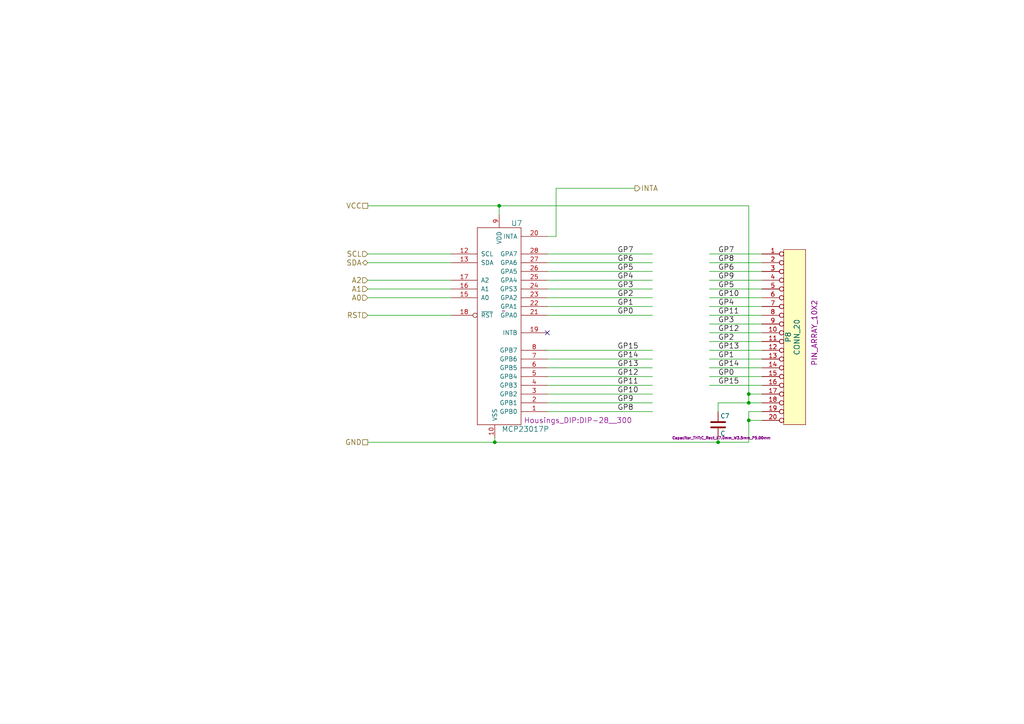
<source format=kicad_sch>
(kicad_sch (version 20211123) (generator eeschema)
  (paper "A4")
  (title_block (date "11 apr 2015"))
  (lib_symbols
    (symbol "DIGIO-128-rescue:CONN_20" (pin_names (offset 1.016) hide)
      (property "Reference" "P" (at -1.27 0 90))
      (property "Value" "CONN_20" (at 1.27 0 90))
      (symbol "CONN_20_0_1"
        (rectangle (start -2.54 -25.4) (end 3.81 25.4) (fill (type background)))
      )
      (symbol "CONN_20_1_1"
        (pin passive inverted (at -8.89 24.13 0) (length 6.35) (name "P1") (number "1"))
        (pin passive inverted (at -8.89 1.27 0) (length 6.35) (name "P10") (number "10"))
        (pin passive inverted (at -8.89 -1.27 0) (length 6.35) (name "P11") (number "11"))
        (pin passive inverted (at -8.89 -3.81 0) (length 6.35) (name "P12") (number "12"))
        (pin passive inverted (at -8.89 -6.35 0) (length 6.35) (name "P13") (number "13"))
        (pin passive inverted (at -8.89 -8.89 0) (length 6.35) (name "P14") (number "14"))
        (pin passive inverted (at -8.89 -11.43 0) (length 6.35) (name "P15") (number "15"))
        (pin passive inverted (at -8.89 -13.97 0) (length 6.35) (name "P16") (number "16"))
        (pin passive inverted (at -8.89 -16.51 0) (length 6.35) (name "P17") (number "17"))
        (pin passive inverted (at -8.89 -19.05 0) (length 6.35) (name "P18") (number "18"))
        (pin passive inverted (at -8.89 -21.59 0) (length 6.35) (name "P19") (number "19"))
        (pin passive inverted (at -8.89 21.59 0) (length 6.35) (name "P2") (number "2"))
        (pin passive inverted (at -8.89 -24.13 0) (length 6.35) (name "P20") (number "20"))
        (pin passive inverted (at -8.89 19.05 0) (length 6.35) (name "P3") (number "3"))
        (pin passive inverted (at -8.89 16.51 0) (length 6.35) (name "P4") (number "4"))
        (pin passive inverted (at -8.89 13.97 0) (length 6.35) (name "P5") (number "5"))
        (pin passive inverted (at -8.89 11.43 0) (length 6.35) (name "P6") (number "6"))
        (pin passive inverted (at -8.89 8.89 0) (length 6.35) (name "P7") (number "7"))
        (pin passive inverted (at -8.89 6.35 0) (length 6.35) (name "P8") (number "8"))
        (pin passive inverted (at -8.89 3.81 0) (length 6.35) (name "P9") (number "9"))
      )
    )
    (symbol "DIGIO-128-rescue:MCP23017P" (pin_names (offset 1.016))
      (property "Reference" "U" (at 3.81 25.4 0))
      (property "Value" "MCP23017P" (at 6.35 -34.29 0))
      (symbol "MCP23017P_0_1"
        (rectangle (start -7.62 -33.02) (end 5.08 24.13))
      )
      (symbol "MCP23017P_1_1"
        (pin bidirectional line (at 12.7 -29.21 180) (length 7.62) (name "GPB0") (number "1"))
        (pin power_in line (at -2.54 -36.83 90) (length 3.81) (name "VSS") (number "10"))
        (pin input line (at -15.24 16.51 0) (length 7.62) (name "SCL") (number "12"))
        (pin input line (at -15.24 13.97 0) (length 7.62) (name "SDA") (number "13"))
        (pin input line (at -15.24 3.81 0) (length 7.62) (name "A0") (number "15"))
        (pin input line (at -15.24 6.35 0) (length 7.62) (name "A1") (number "16"))
        (pin input line (at -15.24 8.89 0) (length 7.62) (name "A2") (number "17"))
        (pin input inverted (at -15.24 -1.27 0) (length 7.62) (name "~{RST}") (number "18"))
        (pin output line (at 12.7 -6.35 180) (length 7.62) (name "INTB") (number "19"))
        (pin bidirectional line (at 12.7 -26.67 180) (length 7.62) (name "GPB1") (number "2"))
        (pin output line (at 12.7 21.59 180) (length 7.62) (name "INTA") (number "20"))
        (pin bidirectional line (at 12.7 -1.27 180) (length 7.62) (name "GPA0") (number "21"))
        (pin bidirectional line (at 12.7 1.27 180) (length 7.62) (name "GPA1") (number "22"))
        (pin bidirectional line (at 12.7 3.81 180) (length 7.62) (name "GPA2") (number "23"))
        (pin bidirectional line (at 12.7 6.35 180) (length 7.62) (name "GPS3") (number "24"))
        (pin bidirectional line (at 12.7 8.89 180) (length 7.62) (name "GPA4") (number "25"))
        (pin bidirectional line (at 12.7 11.43 180) (length 7.62) (name "GPA5") (number "26"))
        (pin bidirectional line (at 12.7 13.97 180) (length 7.62) (name "GPA6") (number "27"))
        (pin bidirectional line (at 12.7 16.51 180) (length 7.62) (name "GPA7") (number "28"))
        (pin bidirectional line (at 12.7 -24.13 180) (length 7.62) (name "GPB2") (number "3"))
        (pin bidirectional line (at 12.7 -21.59 180) (length 7.62) (name "GPB3") (number "4"))
        (pin bidirectional line (at 12.7 -19.05 180) (length 7.62) (name "GPB4") (number "5"))
        (pin bidirectional line (at 12.7 -16.51 180) (length 7.62) (name "GPB5") (number "6"))
        (pin bidirectional line (at 12.7 -13.97 180) (length 7.62) (name "GPB6") (number "7"))
        (pin bidirectional line (at 12.7 -11.43 180) (length 7.62) (name "GPB7") (number "8"))
        (pin power_in line (at -1.27 27.94 270) (length 3.81) (name "VDD") (number "9"))
      )
    )
    (symbol "Device:C" (pin_numbers hide) (pin_names (offset 0.254))
      (property "Reference" "C" (at 0.635 2.54 0))
      (property "Value" "C" (at 0.635 -2.54 0))
      (symbol "C_0_1"
        (polyline (pts (xy -2.032 -0.762) (xy 2.032 -0.762)) (stroke (width 0.508)))
        (polyline (pts (xy -2.032 0.762) (xy 2.032 0.762)) (stroke (width 0.508)))
      )
      (symbol "C_1_1"
        (pin passive line (at 0 3.81 270) (length 2.794) (name "~") (number "1"))
        (pin passive line (at 0 -3.81 90) (length 2.794) (name "~") (number "2"))
      )
    )
  )
  (junction (at 144.78 59.69))
  (junction (at 143.51 128.27))
  (junction (at 217.17 116.84))
  (junction (at 217.17 121.92))
  (junction (at 208.28 128.27))
  (junction (at 217.17 114.3))
  (no_connect (at 158.75 96.52))
  (wire (pts (xy 205.74 76.2) (xy 220.98 76.2)))
  (wire (pts (xy 158.75 76.2) (xy 189.23 76.2)))
  (wire (pts (xy 217.17 116.84) (xy 220.98 116.84)))
  (wire (pts (xy 217.17 128.27) (xy 217.17 121.92)))
  (wire (pts (xy 205.74 88.9) (xy 220.98 88.9)))
  (wire (pts (xy 217.17 121.92) (xy 220.98 121.92)))
  (wire (pts (xy 220.98 104.14) (xy 205.74 104.14)))
  (wire (pts (xy 143.51 128.27) (xy 208.28 128.27)))
  (wire (pts (xy 144.78 62.23) (xy 144.78 59.69)))
  (wire (pts (xy 161.29 68.58) (xy 161.29 54.61)))
  (wire (pts (xy 205.74 86.36) (xy 220.98 86.36)))
  (wire (pts (xy 158.75 81.28) (xy 189.23 81.28)))
  (wire (pts (xy 217.17 114.3) (xy 220.98 114.3)))
  (wire (pts (xy 106.68 128.27) (xy 143.51 128.27)))
  (wire (pts (xy 205.74 109.22) (xy 220.98 109.22)))
  (wire (pts (xy 158.75 109.22) (xy 189.23 109.22)))
  (wire (pts (xy 205.74 99.06) (xy 220.98 99.06)))
  (wire (pts (xy 158.75 83.82) (xy 189.23 83.82)))
  (wire (pts (xy 130.81 91.44) (xy 106.68 91.44)))
  (wire (pts (xy 130.81 76.2) (xy 106.68 76.2)))
  (wire (pts (xy 208.28 127) (xy 208.28 128.27)))
  (wire (pts (xy 205.74 78.74) (xy 220.98 78.74)))
  (wire (pts (xy 130.81 81.28) (xy 106.68 81.28)))
  (wire (pts (xy 208.28 116.84) (xy 217.17 116.84)))
  (wire (pts (xy 189.23 91.44) (xy 158.75 91.44)))
  (wire (pts (xy 205.74 101.6) (xy 220.98 101.6)))
  (wire (pts (xy 144.78 59.69) (xy 217.17 59.69)))
  (wire (pts (xy 205.74 91.44) (xy 220.98 91.44)))
  (wire (pts (xy 158.75 104.14) (xy 189.23 104.14)))
  (wire (pts (xy 208.28 119.38) (xy 208.28 116.84)))
  (wire (pts (xy 205.74 81.28) (xy 220.98 81.28)))
  (wire (pts (xy 161.29 54.61) (xy 184.15 54.61)))
  (wire (pts (xy 143.51 127) (xy 143.51 128.27)))
  (wire (pts (xy 220.98 83.82) (xy 205.74 83.82)))
  (wire (pts (xy 130.81 86.36) (xy 106.68 86.36)))
  (wire (pts (xy 158.75 106.68) (xy 189.23 106.68)))
  (wire (pts (xy 158.75 78.74) (xy 189.23 78.74)))
  (wire (pts (xy 158.75 119.38) (xy 189.23 119.38)))
  (wire (pts (xy 158.75 101.6) (xy 189.23 101.6)))
  (wire (pts (xy 106.68 59.69) (xy 144.78 59.69)))
  (wire (pts (xy 217.17 119.38) (xy 220.98 119.38)))
  (wire (pts (xy 158.75 73.66) (xy 189.23 73.66)))
  (wire (pts (xy 220.98 73.66) (xy 205.74 73.66)))
  (wire (pts (xy 158.75 116.84) (xy 189.23 116.84)))
  (wire (pts (xy 205.74 111.76) (xy 220.98 111.76)))
  (wire (pts (xy 158.75 68.58) (xy 161.29 68.58)))
  (wire (pts (xy 130.81 83.82) (xy 106.68 83.82)))
  (wire (pts (xy 158.75 88.9) (xy 189.23 88.9)))
  (wire (pts (xy 217.17 59.69) (xy 217.17 114.3)))
  (wire (pts (xy 158.75 111.76) (xy 189.23 111.76)))
  (wire (pts (xy 205.74 96.52) (xy 220.98 96.52)))
  (wire (pts (xy 217.17 114.3) (xy 217.17 116.84)))
  (wire (pts (xy 158.75 114.3) (xy 189.23 114.3)))
  (wire (pts (xy 158.75 86.36) (xy 189.23 86.36)))
  (wire (pts (xy 217.17 121.92) (xy 217.17 119.38)))
  (wire (pts (xy 220.98 93.98) (xy 205.74 93.98)))
  (wire (pts (xy 130.81 73.66) (xy 106.68 73.66)))
  (wire (pts (xy 205.74 106.68) (xy 220.98 106.68)))
  (wire (pts (xy 208.28 128.27) (xy 217.17 128.27)))
  (label "GP3" (at 208.28 93.98 0) (effects (font (size 1.524 1.524))))
  (label "GP10" (at 179.07 114.3 0) (effects (font (size 1.524 1.524))))
  (label "GP12" (at 208.28 96.52 0) (effects (font (size 1.524 1.524))))
  (label "GP7" (at 179.07 73.66 0) (effects (font (size 1.524 1.524))))
  (label "GP10" (at 208.28 86.36 0) (effects (font (size 1.524 1.524))))
  (label "GP8" (at 208.28 76.2 0) (effects (font (size 1.524 1.524))))
  (label "GP9" (at 179.07 116.84 0) (effects (font (size 1.524 1.524))))
  (label "GP5" (at 208.28 83.82 0) (effects (font (size 1.524 1.524))))
  (label "GP6" (at 208.28 78.74 0) (effects (font (size 1.524 1.524))))
  (label "GP4" (at 179.07 81.28 0) (effects (font (size 1.524 1.524))))
  (label "GP13" (at 179.07 106.68 0) (effects (font (size 1.524 1.524))))
  (label "GP15" (at 179.07 101.6 0) (effects (font (size 1.524 1.524))))
  (label "GP0" (at 179.07 91.44 0) (effects (font (size 1.524 1.524))))
  (label "GP3" (at 179.07 83.82 0) (effects (font (size 1.524 1.524))))
  (label "GP15" (at 208.28 111.76 0) (effects (font (size 1.524 1.524))))
  (label "GP5" (at 179.07 78.74 0) (effects (font (size 1.524 1.524))))
  (label "GP0" (at 208.28 109.22 0) (effects (font (size 1.524 1.524))))
  (label "GP2" (at 208.28 99.06 0) (effects (font (size 1.524 1.524))))
  (label "GP14" (at 208.28 106.68 0) (effects (font (size 1.524 1.524))))
  (label "GP4" (at 208.28 88.9 0) (effects (font (size 1.524 1.524))))
  (label "GP1" (at 179.07 88.9 0) (effects (font (size 1.524 1.524))))
  (label "GP12" (at 179.07 109.22 0) (effects (font (size 1.524 1.524))))
  (label "GP7" (at 208.28 73.66 0) (effects (font (size 1.524 1.524))))
  (label "GP2" (at 179.07 86.36 0) (effects (font (size 1.524 1.524))))
  (label "GP11" (at 179.07 111.76 0) (effects (font (size 1.524 1.524))))
  (label "GP8" (at 179.07 119.38 0) (effects (font (size 1.524 1.524))))
  (label "GP14" (at 179.07 104.14 0) (effects (font (size 1.524 1.524))))
  (label "GP6" (at 179.07 76.2 0) (effects (font (size 1.524 1.524))))
  (label "GP13" (at 208.28 101.6 0) (effects (font (size 1.524 1.524))))
  (label "GP1" (at 208.28 104.14 0) (effects (font (size 1.524 1.524))))
  (label "GP9" (at 208.28 81.28 0) (effects (font (size 1.524 1.524))))
  (label "GP11" (at 208.28 91.44 0) (effects (font (size 1.524 1.524))))
  (hierarchical_label "RST" (shape input) (at 106.68 91.44 180) (effects (font (size 1.524 1.524))))
  (hierarchical_label "A0" (shape input) (at 106.68 86.36 180) (effects (font (size 1.524 1.524))))
  (hierarchical_label "VCC" (shape passive) (at 106.68 59.69 180) (effects (font (size 1.524 1.524))))
  (hierarchical_label "GND" (shape passive) (at 106.68 128.27 180) (effects (font (size 1.524 1.524))))
  (hierarchical_label "A2" (shape input) (at 106.68 81.28 180) (effects (font (size 1.524 1.524))))
  (hierarchical_label "SCL" (shape input) (at 106.68 73.66 180) (effects (font (size 1.524 1.524))))
  (hierarchical_label "A1" (shape input) (at 106.68 83.82 180) (effects (font (size 1.524 1.524))))
  (hierarchical_label "SDA" (shape bidirectional) (at 106.68 76.2 180) (effects (font (size 1.524 1.524))))
  (hierarchical_label "INTA" (shape output) (at 184.15 54.61 0) (effects (font (size 1.524 1.524))))
  (symbol (lib_id "DIGIO-128-rescue:MCP23017P") (at 146.05 90.17 0)
    (property "Reference" "U7" (at 149.86 64.77 0) (effects (font (size 1.524 1.524))))
    (property "Value" "MCP23017P" (at 152.4 124.46 0) (effects (font (size 1.524 1.524))))
    (property "Footprint" "Housings_DIP:DIP-28__300" (at 167.64 121.92 0) (effects (font (size 1.524 1.524))))
    (property "Datasheet" "~" (at 146.05 90.17 0) (effects (font (size 1.524 1.524))))
  )
  (symbol (lib_id "DIGIO-128-rescue:CONN_20") (at 229.87 97.79 0)
    (property "Reference" "P8" (at 228.6 97.79 90) (effects (font (size 1.524 1.524))))
    (property "Value" "CONN_20" (at 231.14 97.79 90) (effects (font (size 1.524 1.524))))
    (property "Footprint" "PIN_ARRAY_10X2" (at 236.22 96.52 90) (effects (font (size 1.524 1.524))))
  )
  (symbol (lib_id "Device:C") (at 208.28 123.19 0)
    (property "Reference" "C7" (at 208.915 120.65 0) (effects (justify left)))
    (property "Value" "C" (at 208.915 125.73 0) (effects (justify left)))
    (property "Footprint" "Capacitor_THT:C_Rect_L7.0mm_W3.5mm_P5.00mm" (at 209.2452 127 0) (effects (font (size 0.762 0.762))))
  )
)
</source>
